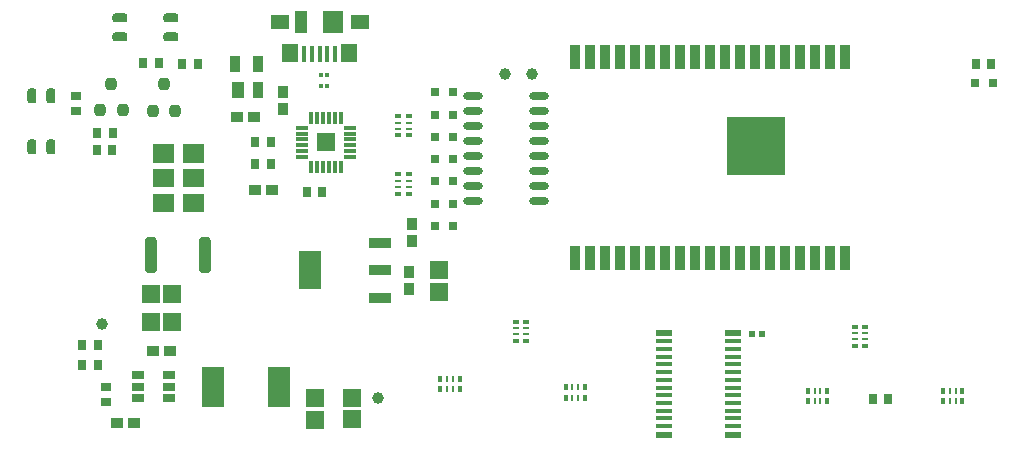
<source format=gtp>
G04*
G04 #@! TF.GenerationSoftware,Altium Limited,Altium Designer,21.5.1 (32)*
G04*
G04 Layer_Color=8421504*
%FSLAX25Y25*%
%MOIN*%
G70*
G04*
G04 #@! TF.SameCoordinates,57825C85-18FE-47E2-A138-B6FF28981A54*
G04*
G04*
G04 #@! TF.FilePolarity,Positive*
G04*
G01*
G75*
G04:AMPARAMS|DCode=18|XSize=43.31mil|YSize=23.62mil|CornerRadius=2.01mil|HoleSize=0mil|Usage=FLASHONLY|Rotation=180.000|XOffset=0mil|YOffset=0mil|HoleType=Round|Shape=RoundedRectangle|*
%AMROUNDEDRECTD18*
21,1,0.04331,0.01961,0,0,180.0*
21,1,0.03929,0.02362,0,0,180.0*
1,1,0.00402,-0.01965,0.00980*
1,1,0.00402,0.01965,0.00980*
1,1,0.00402,0.01965,-0.00980*
1,1,0.00402,-0.01965,-0.00980*
%
%ADD18ROUNDEDRECTD18*%
%ADD19C,0.03937*%
%ADD20R,0.02244X0.01614*%
%ADD21R,0.02244X0.01024*%
%ADD22R,0.01614X0.02244*%
%ADD23R,0.01024X0.02244*%
%ADD24R,0.02953X0.03347*%
%ADD25R,0.19685X0.19685*%
%ADD26R,0.03543X0.07874*%
%ADD27R,0.03963X0.03773*%
%ADD28R,0.03150X0.03150*%
%ADD29O,0.06496X0.02559*%
%ADD30R,0.03773X0.03963*%
%ADD31R,0.05315X0.01575*%
%ADD32R,0.05315X0.02362*%
%ADD33R,0.02165X0.02362*%
%ADD34R,0.06127X0.05924*%
G04:AMPARAMS|DCode=35|XSize=37.4mil|YSize=39.37mil|CornerRadius=9.35mil|HoleSize=0mil|Usage=FLASHONLY|Rotation=0.000|XOffset=0mil|YOffset=0mil|HoleType=Round|Shape=RoundedRectangle|*
%AMROUNDEDRECTD35*
21,1,0.03740,0.02067,0,0,0.0*
21,1,0.01870,0.03937,0,0,0.0*
1,1,0.01870,0.00935,-0.01034*
1,1,0.01870,-0.00935,-0.01034*
1,1,0.01870,-0.00935,0.01034*
1,1,0.01870,0.00935,0.01034*
%
%ADD35ROUNDEDRECTD35*%
%ADD36R,0.01181X0.04147*%
%ADD37R,0.04147X0.01181*%
%ADD38R,0.06000X0.06000*%
%ADD39R,0.03347X0.02953*%
G04:AMPARAMS|DCode=40|XSize=50mil|YSize=30mil|CornerRadius=7.5mil|HoleSize=0mil|Usage=FLASHONLY|Rotation=90.000|XOffset=0mil|YOffset=0mil|HoleType=Round|Shape=RoundedRectangle|*
%AMROUNDEDRECTD40*
21,1,0.05000,0.01500,0,0,90.0*
21,1,0.03500,0.03000,0,0,90.0*
1,1,0.01500,0.00750,0.01750*
1,1,0.01500,0.00750,-0.01750*
1,1,0.01500,-0.00750,-0.01750*
1,1,0.01500,-0.00750,0.01750*
%
%ADD40ROUNDEDRECTD40*%
G04:AMPARAMS|DCode=41|XSize=50mil|YSize=30mil|CornerRadius=7.5mil|HoleSize=0mil|Usage=FLASHONLY|Rotation=0.000|XOffset=0mil|YOffset=0mil|HoleType=Round|Shape=RoundedRectangle|*
%AMROUNDEDRECTD41*
21,1,0.05000,0.01500,0,0,0.0*
21,1,0.03500,0.03000,0,0,0.0*
1,1,0.01500,0.01750,-0.00750*
1,1,0.01500,-0.01750,-0.00750*
1,1,0.01500,-0.01750,0.00750*
1,1,0.01500,0.01750,0.00750*
%
%ADD41ROUNDEDRECTD41*%
%ADD42R,0.01181X0.01181*%
%ADD43R,0.01772X0.05433*%
%ADD44R,0.05610X0.06102*%
%ADD45R,0.03937X0.07480*%
%ADD46R,0.07087X0.07480*%
%ADD47R,0.06496X0.05118*%
%ADD48R,0.04331X0.05512*%
%ADD49R,0.03543X0.05512*%
%ADD50R,0.07480X0.12598*%
%ADD51R,0.07480X0.03543*%
%ADD52R,0.05924X0.06127*%
%ADD53R,0.07284X0.13386*%
G04:AMPARAMS|DCode=54|XSize=118.9mil|YSize=38.19mil|CornerRadius=9.55mil|HoleSize=0mil|Usage=FLASHONLY|Rotation=270.000|XOffset=0mil|YOffset=0mil|HoleType=Round|Shape=RoundedRectangle|*
%AMROUNDEDRECTD54*
21,1,0.11890,0.01909,0,0,270.0*
21,1,0.09980,0.03819,0,0,270.0*
1,1,0.01909,-0.00955,-0.04990*
1,1,0.01909,-0.00955,0.04990*
1,1,0.01909,0.00955,0.04990*
1,1,0.01909,0.00955,-0.04990*
%
%ADD54ROUNDEDRECTD54*%
G36*
X66654Y120260D02*
X59882D01*
Y126402D01*
X66654D01*
Y120260D01*
D02*
G37*
G36*
X56653D02*
X49882D01*
Y126402D01*
X56653D01*
Y120260D01*
D02*
G37*
G36*
X66654Y111953D02*
X59882D01*
Y118095D01*
X66654D01*
Y111953D01*
D02*
G37*
G36*
X56653D02*
X49882D01*
Y118095D01*
X56653D01*
Y111953D01*
D02*
G37*
G36*
X66654Y103646D02*
X59882D01*
Y109787D01*
X66654D01*
Y103646D01*
D02*
G37*
G36*
X56653D02*
X49882D01*
Y109787D01*
X56653D01*
Y103646D01*
D02*
G37*
D18*
X44638Y41835D02*
D03*
Y45575D02*
D03*
Y49315D02*
D03*
X55268D02*
D03*
Y45575D02*
D03*
Y41835D02*
D03*
D19*
X124768Y41815D02*
D03*
X167224Y149803D02*
D03*
X175984D02*
D03*
X32768Y66315D02*
D03*
D20*
X134961Y116437D02*
D03*
X131575D02*
D03*
X134961Y109941D02*
D03*
X131575D02*
D03*
X134961Y135827D02*
D03*
X131575D02*
D03*
X134961Y129331D02*
D03*
X131575D02*
D03*
X174252Y67224D02*
D03*
X170866D02*
D03*
X174252Y60728D02*
D03*
X170866D02*
D03*
X283760Y59055D02*
D03*
X287146D02*
D03*
X283760Y65551D02*
D03*
X287146D02*
D03*
D21*
X134961Y114173D02*
D03*
Y112205D02*
D03*
X131575Y114173D02*
D03*
Y112205D02*
D03*
X134961Y133563D02*
D03*
Y131595D02*
D03*
X131575Y133563D02*
D03*
Y131595D02*
D03*
X174252Y64961D02*
D03*
Y62992D02*
D03*
X170866Y64961D02*
D03*
Y62992D02*
D03*
X283760Y61319D02*
D03*
Y63287D02*
D03*
X287146Y61319D02*
D03*
Y63287D02*
D03*
D22*
X313091Y44114D02*
D03*
Y40728D02*
D03*
X319587Y44114D02*
D03*
Y40728D02*
D03*
X187303Y45295D02*
D03*
Y41909D02*
D03*
X193799Y45295D02*
D03*
Y41909D02*
D03*
X268012Y44035D02*
D03*
Y40650D02*
D03*
X274508Y44035D02*
D03*
Y40650D02*
D03*
X145571Y48228D02*
D03*
Y44842D02*
D03*
X152067Y48228D02*
D03*
Y44842D02*
D03*
D23*
X315354Y44114D02*
D03*
X317323D02*
D03*
X315354Y40728D02*
D03*
X317323D02*
D03*
X189567Y45295D02*
D03*
X191535D02*
D03*
X189567Y41909D02*
D03*
X191535D02*
D03*
X270276Y44035D02*
D03*
X272244D02*
D03*
X270276Y40650D02*
D03*
X272244D02*
D03*
X147835Y48228D02*
D03*
X149803D02*
D03*
X147835Y44842D02*
D03*
X149803D02*
D03*
D24*
X329232Y153051D02*
D03*
X324114D02*
D03*
X64665Y153248D02*
D03*
X59547D02*
D03*
X31327Y52815D02*
D03*
X26209D02*
D03*
X289665Y41339D02*
D03*
X294783D02*
D03*
X36220Y124409D02*
D03*
X31102D02*
D03*
X31201Y130118D02*
D03*
X36319D02*
D03*
X51673Y153347D02*
D03*
X46555D02*
D03*
X88976Y127264D02*
D03*
X83858D02*
D03*
X101083Y110433D02*
D03*
X106201D02*
D03*
X88976Y119685D02*
D03*
X83858D02*
D03*
X26209Y59315D02*
D03*
X31327D02*
D03*
D25*
X250827Y125768D02*
D03*
D26*
X280354Y88366D02*
D03*
X275354D02*
D03*
X270354D02*
D03*
X265354D02*
D03*
X260354D02*
D03*
X255354D02*
D03*
X250354D02*
D03*
X245354D02*
D03*
X240354D02*
D03*
X235354D02*
D03*
X230354D02*
D03*
X225354D02*
D03*
X220354D02*
D03*
X215354D02*
D03*
X210354D02*
D03*
X205354D02*
D03*
X200354D02*
D03*
X195354D02*
D03*
X190354D02*
D03*
Y155295D02*
D03*
X195354D02*
D03*
X200354D02*
D03*
X205354D02*
D03*
X210354D02*
D03*
X215354D02*
D03*
X220354D02*
D03*
X225354D02*
D03*
X230354D02*
D03*
X235354D02*
D03*
X240354D02*
D03*
X245354D02*
D03*
X250354D02*
D03*
X255354D02*
D03*
X260354D02*
D03*
X265354D02*
D03*
X270354D02*
D03*
X275354D02*
D03*
X280354D02*
D03*
D27*
X37690Y33366D02*
D03*
X43406D02*
D03*
X83566Y135531D02*
D03*
X77851D02*
D03*
X89472Y111221D02*
D03*
X83757D02*
D03*
X55376Y57315D02*
D03*
X49660D02*
D03*
D28*
X323917Y146752D02*
D03*
X329823D02*
D03*
X143799Y121407D02*
D03*
X149705D02*
D03*
X143799Y113976D02*
D03*
X149705D02*
D03*
X143799Y143700D02*
D03*
X149705D02*
D03*
X143799Y136269D02*
D03*
X149705D02*
D03*
X143799Y128838D02*
D03*
X149705D02*
D03*
X143799Y99114D02*
D03*
X149705D02*
D03*
X143799Y106545D02*
D03*
X149705D02*
D03*
D29*
X156299Y142303D02*
D03*
Y137303D02*
D03*
Y132303D02*
D03*
Y127303D02*
D03*
Y122303D02*
D03*
Y117303D02*
D03*
Y112303D02*
D03*
Y107303D02*
D03*
X178543Y142303D02*
D03*
Y137303D02*
D03*
Y132303D02*
D03*
Y127303D02*
D03*
Y122303D02*
D03*
Y117303D02*
D03*
Y112303D02*
D03*
Y107303D02*
D03*
D30*
X136268Y93957D02*
D03*
Y99673D02*
D03*
X93110Y137989D02*
D03*
Y143704D02*
D03*
X135268Y83673D02*
D03*
Y77957D02*
D03*
D31*
X243012Y55512D02*
D03*
Y58071D02*
D03*
Y60630D02*
D03*
Y52953D02*
D03*
Y50394D02*
D03*
X219980D02*
D03*
Y52953D02*
D03*
Y60630D02*
D03*
Y58071D02*
D03*
Y55512D02*
D03*
Y47835D02*
D03*
Y45276D02*
D03*
Y42717D02*
D03*
Y40157D02*
D03*
Y32480D02*
D03*
Y35039D02*
D03*
Y37598D02*
D03*
X243012D02*
D03*
Y35039D02*
D03*
Y32480D02*
D03*
Y40157D02*
D03*
Y42717D02*
D03*
Y45276D02*
D03*
Y47835D02*
D03*
D32*
X219980Y63583D02*
D03*
Y29528D02*
D03*
X243012D02*
D03*
Y63583D02*
D03*
D33*
X249508Y63189D02*
D03*
X252854D02*
D03*
D34*
X145268Y84361D02*
D03*
Y77269D02*
D03*
X103764Y34590D02*
D03*
Y41682D02*
D03*
X115945Y34643D02*
D03*
Y41735D02*
D03*
D35*
X32185Y137697D02*
D03*
X39665Y137697D02*
D03*
X35925Y146555D02*
D03*
X49606Y137598D02*
D03*
X57087Y137598D02*
D03*
X53347Y146457D02*
D03*
D36*
X112311Y118897D02*
D03*
Y135051D02*
D03*
X110343D02*
D03*
X108374D02*
D03*
X106405D02*
D03*
X104437D02*
D03*
X102469D02*
D03*
Y118897D02*
D03*
X104437D02*
D03*
X106405D02*
D03*
X108374D02*
D03*
X110343D02*
D03*
D37*
X99313Y131895D02*
D03*
Y129927D02*
D03*
Y127958D02*
D03*
Y125990D02*
D03*
Y124021D02*
D03*
Y122053D02*
D03*
X115467Y124021D02*
D03*
Y125990D02*
D03*
Y127958D02*
D03*
Y129927D02*
D03*
Y131895D02*
D03*
Y122053D02*
D03*
D38*
X107390Y126974D02*
D03*
D39*
X24016Y137303D02*
D03*
Y142421D02*
D03*
X34055Y45571D02*
D03*
Y40453D02*
D03*
D40*
X9497Y142457D02*
D03*
Y125457D02*
D03*
X15897Y142457D02*
D03*
Y125457D02*
D03*
D41*
X55878Y168408D02*
D03*
X38878D02*
D03*
X55878Y162008D02*
D03*
X38878D02*
D03*
D42*
X107827Y149323D02*
D03*
X105858D02*
D03*
X107827Y145780D02*
D03*
X105858D02*
D03*
D43*
X100224Y156551D02*
D03*
X102784D02*
D03*
X105342D02*
D03*
X107902D02*
D03*
X110461D02*
D03*
D44*
X95549Y156886D02*
D03*
X115136D02*
D03*
D45*
X99240Y167024D02*
D03*
D46*
X109870D02*
D03*
D47*
X92055D02*
D03*
X118630D02*
D03*
D48*
X78051Y144587D02*
D03*
D49*
X84744D02*
D03*
Y153248D02*
D03*
X77264D02*
D03*
D50*
X102154Y84315D02*
D03*
D51*
X125382Y93370D02*
D03*
Y84315D02*
D03*
Y75260D02*
D03*
D52*
X56064Y76477D02*
D03*
X48972D02*
D03*
X56064Y67013D02*
D03*
X48972D02*
D03*
D53*
X69842Y45315D02*
D03*
X91693D02*
D03*
D54*
X49268Y89315D02*
D03*
X67268D02*
D03*
M02*

</source>
